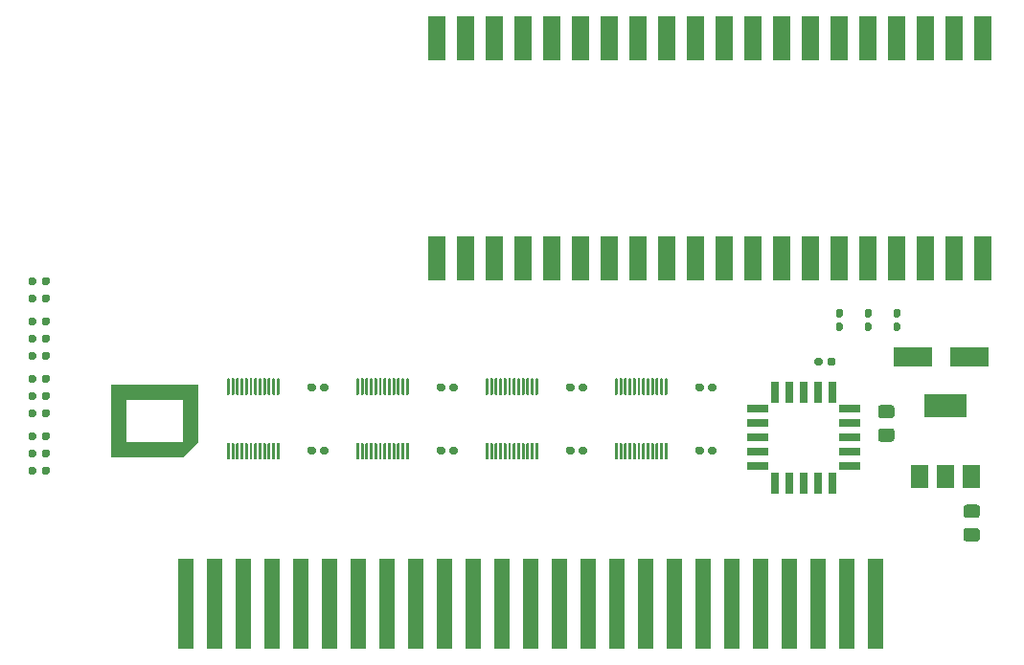
<source format=gtp>
%TF.GenerationSoftware,KiCad,Pcbnew,(5.1.10)-1*%
%TF.CreationDate,2022-12-06T13:34:18-05:00*%
%TF.ProjectId,AppleII-Pico,4170706c-6549-4492-9d50-69636f2e6b69,rev?*%
%TF.SameCoordinates,Original*%
%TF.FileFunction,Paste,Top*%
%TF.FilePolarity,Positive*%
%FSLAX46Y46*%
G04 Gerber Fmt 4.6, Leading zero omitted, Abs format (unit mm)*
G04 Created by KiCad (PCBNEW (5.1.10)-1) date 2022-12-06 13:34:18*
%MOMM*%
%LPD*%
G01*
G04 APERTURE LIST*
%ADD10C,0.100000*%
%ADD11R,1.600000X4.000000*%
%ADD12R,3.500000X1.800000*%
%ADD13R,1.500000X2.000000*%
%ADD14R,3.800000X2.000000*%
%ADD15R,1.925000X0.700000*%
%ADD16R,0.700000X1.925000*%
%ADD17R,1.400000X8.000000*%
G04 APERTURE END LIST*
D10*
G36*
X111363000Y-117178000D02*
G01*
X105013000Y-117178000D01*
X106283000Y-115908000D01*
X112633000Y-115908000D01*
X111363000Y-117178000D01*
G37*
X111363000Y-117178000D02*
X105013000Y-117178000D01*
X106283000Y-115908000D01*
X112633000Y-115908000D01*
X111363000Y-117178000D01*
G36*
X106283000Y-112098000D02*
G01*
X106283000Y-115908000D01*
X105013000Y-117178000D01*
X105013000Y-110828000D01*
X106283000Y-112098000D01*
G37*
X106283000Y-112098000D02*
X106283000Y-115908000D01*
X105013000Y-117178000D01*
X105013000Y-110828000D01*
X106283000Y-112098000D01*
G36*
X111363000Y-112098000D02*
G01*
X106283000Y-112098000D01*
X105013000Y-110828000D01*
X112633000Y-110828000D01*
X111363000Y-112098000D01*
G37*
X111363000Y-112098000D02*
X106283000Y-112098000D01*
X105013000Y-110828000D01*
X112633000Y-110828000D01*
X111363000Y-112098000D01*
G36*
X112633000Y-115908000D02*
G01*
X111363000Y-115908000D01*
X111363000Y-112098000D01*
X112633000Y-110828000D01*
X112633000Y-115908000D01*
G37*
X112633000Y-115908000D02*
X111363000Y-115908000D01*
X111363000Y-112098000D01*
X112633000Y-110828000D01*
X112633000Y-115908000D01*
D11*
%TO.C,U6*%
X133842000Y-80155000D03*
X182102000Y-99655000D03*
X136382000Y-80155000D03*
X179562000Y-99655000D03*
X138922000Y-80155000D03*
X177022000Y-99655000D03*
X141462000Y-80155000D03*
X174482000Y-99655000D03*
X144002000Y-80155000D03*
X171942000Y-99655000D03*
X146542000Y-80155000D03*
X169402000Y-99655000D03*
X149082000Y-80155000D03*
X166862000Y-99655000D03*
X151622000Y-80155000D03*
X164322000Y-99655000D03*
X154162000Y-80155000D03*
X161782000Y-99655000D03*
X156702000Y-80155000D03*
X159242000Y-99655000D03*
X159242000Y-80155000D03*
X156702000Y-99655000D03*
X161782000Y-80155000D03*
X154162000Y-99655000D03*
X164322000Y-80155000D03*
X151622000Y-99655000D03*
X166862000Y-80155000D03*
X149082000Y-99655000D03*
X169402000Y-80155000D03*
X146542000Y-99655000D03*
X171942000Y-80155000D03*
X144002000Y-99655000D03*
X174482000Y-80155000D03*
X141462000Y-99655000D03*
X177022000Y-80155000D03*
X138922000Y-99655000D03*
X179562000Y-80155000D03*
X136382000Y-99655000D03*
X182102000Y-80155000D03*
X133842000Y-99655000D03*
%TD*%
D12*
%TO.C,D1*%
X180919000Y-108415000D03*
X175919000Y-108415000D03*
%TD*%
%TO.C,C11*%
G36*
G01*
X180611000Y-123529500D02*
X181561000Y-123529500D01*
G75*
G02*
X181811000Y-123779500I0J-250000D01*
G01*
X181811000Y-124454500D01*
G75*
G02*
X181561000Y-124704500I-250000J0D01*
G01*
X180611000Y-124704500D01*
G75*
G02*
X180361000Y-124454500I0J250000D01*
G01*
X180361000Y-123779500D01*
G75*
G02*
X180611000Y-123529500I250000J0D01*
G01*
G37*
G36*
G01*
X180611000Y-121454500D02*
X181561000Y-121454500D01*
G75*
G02*
X181811000Y-121704500I0J-250000D01*
G01*
X181811000Y-122379500D01*
G75*
G02*
X181561000Y-122629500I-250000J0D01*
G01*
X180611000Y-122629500D01*
G75*
G02*
X180361000Y-122379500I0J250000D01*
G01*
X180361000Y-121704500D01*
G75*
G02*
X180611000Y-121454500I250000J0D01*
G01*
G37*
%TD*%
%TO.C,C10*%
G36*
G01*
X173054500Y-114707000D02*
X174004500Y-114707000D01*
G75*
G02*
X174254500Y-114957000I0J-250000D01*
G01*
X174254500Y-115632000D01*
G75*
G02*
X174004500Y-115882000I-250000J0D01*
G01*
X173054500Y-115882000D01*
G75*
G02*
X172804500Y-115632000I0J250000D01*
G01*
X172804500Y-114957000D01*
G75*
G02*
X173054500Y-114707000I250000J0D01*
G01*
G37*
G36*
G01*
X173054500Y-112632000D02*
X174004500Y-112632000D01*
G75*
G02*
X174254500Y-112882000I0J-250000D01*
G01*
X174254500Y-113557000D01*
G75*
G02*
X174004500Y-113807000I-250000J0D01*
G01*
X173054500Y-113807000D01*
G75*
G02*
X172804500Y-113557000I0J250000D01*
G01*
X172804500Y-112882000D01*
G75*
G02*
X173054500Y-112632000I250000J0D01*
G01*
G37*
%TD*%
D13*
%TO.C,U7*%
X176465000Y-118984000D03*
X181065000Y-118984000D03*
X178765000Y-118984000D03*
D14*
X178765000Y-112684000D03*
%TD*%
D15*
%TO.C,U5*%
X170279500Y-112987000D03*
X170279500Y-114257000D03*
X170279500Y-115527000D03*
X170279500Y-116797000D03*
X170279500Y-118067000D03*
D16*
X168767000Y-119579500D03*
X167497000Y-119579500D03*
X166227000Y-119579500D03*
X164957000Y-119579500D03*
X163687000Y-119579500D03*
D15*
X162174500Y-118067000D03*
X162174500Y-116797000D03*
X162174500Y-115527000D03*
X162174500Y-114257000D03*
X162174500Y-112987000D03*
D16*
X168767000Y-111474500D03*
X167497000Y-111474500D03*
X163687000Y-111474500D03*
X164957000Y-111474500D03*
X166227000Y-111474500D03*
%TD*%
%TO.C,C9*%
G36*
G01*
X168332000Y-108951000D02*
X168332000Y-108641000D01*
G75*
G02*
X168487000Y-108486000I155000J0D01*
G01*
X168912000Y-108486000D01*
G75*
G02*
X169067000Y-108641000I0J-155000D01*
G01*
X169067000Y-108951000D01*
G75*
G02*
X168912000Y-109106000I-155000J0D01*
G01*
X168487000Y-109106000D01*
G75*
G02*
X168332000Y-108951000I0J155000D01*
G01*
G37*
G36*
G01*
X167197000Y-108951000D02*
X167197000Y-108641000D01*
G75*
G02*
X167352000Y-108486000I155000J0D01*
G01*
X167777000Y-108486000D01*
G75*
G02*
X167932000Y-108641000I0J-155000D01*
G01*
X167932000Y-108951000D01*
G75*
G02*
X167777000Y-109106000I-155000J0D01*
G01*
X167352000Y-109106000D01*
G75*
G02*
X167197000Y-108951000I0J155000D01*
G01*
G37*
%TD*%
%TO.C,C8*%
G36*
G01*
X157791000Y-111237000D02*
X157791000Y-110927000D01*
G75*
G02*
X157946000Y-110772000I155000J0D01*
G01*
X158371000Y-110772000D01*
G75*
G02*
X158526000Y-110927000I0J-155000D01*
G01*
X158526000Y-111237000D01*
G75*
G02*
X158371000Y-111392000I-155000J0D01*
G01*
X157946000Y-111392000D01*
G75*
G02*
X157791000Y-111237000I0J155000D01*
G01*
G37*
G36*
G01*
X156656000Y-111237000D02*
X156656000Y-110927000D01*
G75*
G02*
X156811000Y-110772000I155000J0D01*
G01*
X157236000Y-110772000D01*
G75*
G02*
X157391000Y-110927000I0J-155000D01*
G01*
X157391000Y-111237000D01*
G75*
G02*
X157236000Y-111392000I-155000J0D01*
G01*
X156811000Y-111392000D01*
G75*
G02*
X156656000Y-111237000I0J155000D01*
G01*
G37*
%TD*%
%TO.C,C7*%
G36*
G01*
X157791000Y-116825000D02*
X157791000Y-116515000D01*
G75*
G02*
X157946000Y-116360000I155000J0D01*
G01*
X158371000Y-116360000D01*
G75*
G02*
X158526000Y-116515000I0J-155000D01*
G01*
X158526000Y-116825000D01*
G75*
G02*
X158371000Y-116980000I-155000J0D01*
G01*
X157946000Y-116980000D01*
G75*
G02*
X157791000Y-116825000I0J155000D01*
G01*
G37*
G36*
G01*
X156656000Y-116825000D02*
X156656000Y-116515000D01*
G75*
G02*
X156811000Y-116360000I155000J0D01*
G01*
X157236000Y-116360000D01*
G75*
G02*
X157391000Y-116515000I0J-155000D01*
G01*
X157391000Y-116825000D01*
G75*
G02*
X157236000Y-116980000I-155000J0D01*
G01*
X156811000Y-116980000D01*
G75*
G02*
X156656000Y-116825000I0J155000D01*
G01*
G37*
%TD*%
%TO.C,C6*%
G36*
G01*
X146361000Y-111237000D02*
X146361000Y-110927000D01*
G75*
G02*
X146516000Y-110772000I155000J0D01*
G01*
X146941000Y-110772000D01*
G75*
G02*
X147096000Y-110927000I0J-155000D01*
G01*
X147096000Y-111237000D01*
G75*
G02*
X146941000Y-111392000I-155000J0D01*
G01*
X146516000Y-111392000D01*
G75*
G02*
X146361000Y-111237000I0J155000D01*
G01*
G37*
G36*
G01*
X145226000Y-111237000D02*
X145226000Y-110927000D01*
G75*
G02*
X145381000Y-110772000I155000J0D01*
G01*
X145806000Y-110772000D01*
G75*
G02*
X145961000Y-110927000I0J-155000D01*
G01*
X145961000Y-111237000D01*
G75*
G02*
X145806000Y-111392000I-155000J0D01*
G01*
X145381000Y-111392000D01*
G75*
G02*
X145226000Y-111237000I0J155000D01*
G01*
G37*
%TD*%
%TO.C,C5*%
G36*
G01*
X146361000Y-116825000D02*
X146361000Y-116515000D01*
G75*
G02*
X146516000Y-116360000I155000J0D01*
G01*
X146941000Y-116360000D01*
G75*
G02*
X147096000Y-116515000I0J-155000D01*
G01*
X147096000Y-116825000D01*
G75*
G02*
X146941000Y-116980000I-155000J0D01*
G01*
X146516000Y-116980000D01*
G75*
G02*
X146361000Y-116825000I0J155000D01*
G01*
G37*
G36*
G01*
X145226000Y-116825000D02*
X145226000Y-116515000D01*
G75*
G02*
X145381000Y-116360000I155000J0D01*
G01*
X145806000Y-116360000D01*
G75*
G02*
X145961000Y-116515000I0J-155000D01*
G01*
X145961000Y-116825000D01*
G75*
G02*
X145806000Y-116980000I-155000J0D01*
G01*
X145381000Y-116980000D01*
G75*
G02*
X145226000Y-116825000I0J155000D01*
G01*
G37*
%TD*%
%TO.C,C4*%
G36*
G01*
X134931000Y-111237000D02*
X134931000Y-110927000D01*
G75*
G02*
X135086000Y-110772000I155000J0D01*
G01*
X135511000Y-110772000D01*
G75*
G02*
X135666000Y-110927000I0J-155000D01*
G01*
X135666000Y-111237000D01*
G75*
G02*
X135511000Y-111392000I-155000J0D01*
G01*
X135086000Y-111392000D01*
G75*
G02*
X134931000Y-111237000I0J155000D01*
G01*
G37*
G36*
G01*
X133796000Y-111237000D02*
X133796000Y-110927000D01*
G75*
G02*
X133951000Y-110772000I155000J0D01*
G01*
X134376000Y-110772000D01*
G75*
G02*
X134531000Y-110927000I0J-155000D01*
G01*
X134531000Y-111237000D01*
G75*
G02*
X134376000Y-111392000I-155000J0D01*
G01*
X133951000Y-111392000D01*
G75*
G02*
X133796000Y-111237000I0J155000D01*
G01*
G37*
%TD*%
%TO.C,C3*%
G36*
G01*
X134931000Y-116825000D02*
X134931000Y-116515000D01*
G75*
G02*
X135086000Y-116360000I155000J0D01*
G01*
X135511000Y-116360000D01*
G75*
G02*
X135666000Y-116515000I0J-155000D01*
G01*
X135666000Y-116825000D01*
G75*
G02*
X135511000Y-116980000I-155000J0D01*
G01*
X135086000Y-116980000D01*
G75*
G02*
X134931000Y-116825000I0J155000D01*
G01*
G37*
G36*
G01*
X133796000Y-116825000D02*
X133796000Y-116515000D01*
G75*
G02*
X133951000Y-116360000I155000J0D01*
G01*
X134376000Y-116360000D01*
G75*
G02*
X134531000Y-116515000I0J-155000D01*
G01*
X134531000Y-116825000D01*
G75*
G02*
X134376000Y-116980000I-155000J0D01*
G01*
X133951000Y-116980000D01*
G75*
G02*
X133796000Y-116825000I0J155000D01*
G01*
G37*
%TD*%
%TO.C,C2*%
G36*
G01*
X123501000Y-111237000D02*
X123501000Y-110927000D01*
G75*
G02*
X123656000Y-110772000I155000J0D01*
G01*
X124081000Y-110772000D01*
G75*
G02*
X124236000Y-110927000I0J-155000D01*
G01*
X124236000Y-111237000D01*
G75*
G02*
X124081000Y-111392000I-155000J0D01*
G01*
X123656000Y-111392000D01*
G75*
G02*
X123501000Y-111237000I0J155000D01*
G01*
G37*
G36*
G01*
X122366000Y-111237000D02*
X122366000Y-110927000D01*
G75*
G02*
X122521000Y-110772000I155000J0D01*
G01*
X122946000Y-110772000D01*
G75*
G02*
X123101000Y-110927000I0J-155000D01*
G01*
X123101000Y-111237000D01*
G75*
G02*
X122946000Y-111392000I-155000J0D01*
G01*
X122521000Y-111392000D01*
G75*
G02*
X122366000Y-111237000I0J155000D01*
G01*
G37*
%TD*%
%TO.C,C1*%
G36*
G01*
X123501000Y-116825000D02*
X123501000Y-116515000D01*
G75*
G02*
X123656000Y-116360000I155000J0D01*
G01*
X124081000Y-116360000D01*
G75*
G02*
X124236000Y-116515000I0J-155000D01*
G01*
X124236000Y-116825000D01*
G75*
G02*
X124081000Y-116980000I-155000J0D01*
G01*
X123656000Y-116980000D01*
G75*
G02*
X123501000Y-116825000I0J155000D01*
G01*
G37*
G36*
G01*
X122366000Y-116825000D02*
X122366000Y-116515000D01*
G75*
G02*
X122521000Y-116360000I155000J0D01*
G01*
X122946000Y-116360000D01*
G75*
G02*
X123101000Y-116515000I0J-155000D01*
G01*
X123101000Y-116825000D01*
G75*
G02*
X122946000Y-116980000I-155000J0D01*
G01*
X122521000Y-116980000D01*
G75*
G02*
X122366000Y-116825000I0J155000D01*
G01*
G37*
%TD*%
%TO.C,U4*%
G36*
G01*
X154013500Y-116001000D02*
X154138500Y-116001000D01*
G75*
G02*
X154201000Y-116063500I0J-62500D01*
G01*
X154201000Y-117413500D01*
G75*
G02*
X154138500Y-117476000I-62500J0D01*
G01*
X154013500Y-117476000D01*
G75*
G02*
X153951000Y-117413500I0J62500D01*
G01*
X153951000Y-116063500D01*
G75*
G02*
X154013500Y-116001000I62500J0D01*
G01*
G37*
G36*
G01*
X153613500Y-116001000D02*
X153738500Y-116001000D01*
G75*
G02*
X153801000Y-116063500I0J-62500D01*
G01*
X153801000Y-117413500D01*
G75*
G02*
X153738500Y-117476000I-62500J0D01*
G01*
X153613500Y-117476000D01*
G75*
G02*
X153551000Y-117413500I0J62500D01*
G01*
X153551000Y-116063500D01*
G75*
G02*
X153613500Y-116001000I62500J0D01*
G01*
G37*
G36*
G01*
X153213500Y-116001000D02*
X153338500Y-116001000D01*
G75*
G02*
X153401000Y-116063500I0J-62500D01*
G01*
X153401000Y-117413500D01*
G75*
G02*
X153338500Y-117476000I-62500J0D01*
G01*
X153213500Y-117476000D01*
G75*
G02*
X153151000Y-117413500I0J62500D01*
G01*
X153151000Y-116063500D01*
G75*
G02*
X153213500Y-116001000I62500J0D01*
G01*
G37*
G36*
G01*
X152813500Y-116001000D02*
X152938500Y-116001000D01*
G75*
G02*
X153001000Y-116063500I0J-62500D01*
G01*
X153001000Y-117413500D01*
G75*
G02*
X152938500Y-117476000I-62500J0D01*
G01*
X152813500Y-117476000D01*
G75*
G02*
X152751000Y-117413500I0J62500D01*
G01*
X152751000Y-116063500D01*
G75*
G02*
X152813500Y-116001000I62500J0D01*
G01*
G37*
G36*
G01*
X152413500Y-116001000D02*
X152538500Y-116001000D01*
G75*
G02*
X152601000Y-116063500I0J-62500D01*
G01*
X152601000Y-117413500D01*
G75*
G02*
X152538500Y-117476000I-62500J0D01*
G01*
X152413500Y-117476000D01*
G75*
G02*
X152351000Y-117413500I0J62500D01*
G01*
X152351000Y-116063500D01*
G75*
G02*
X152413500Y-116001000I62500J0D01*
G01*
G37*
G36*
G01*
X152013500Y-116001000D02*
X152138500Y-116001000D01*
G75*
G02*
X152201000Y-116063500I0J-62500D01*
G01*
X152201000Y-117413500D01*
G75*
G02*
X152138500Y-117476000I-62500J0D01*
G01*
X152013500Y-117476000D01*
G75*
G02*
X151951000Y-117413500I0J62500D01*
G01*
X151951000Y-116063500D01*
G75*
G02*
X152013500Y-116001000I62500J0D01*
G01*
G37*
G36*
G01*
X151613500Y-116001000D02*
X151738500Y-116001000D01*
G75*
G02*
X151801000Y-116063500I0J-62500D01*
G01*
X151801000Y-117413500D01*
G75*
G02*
X151738500Y-117476000I-62500J0D01*
G01*
X151613500Y-117476000D01*
G75*
G02*
X151551000Y-117413500I0J62500D01*
G01*
X151551000Y-116063500D01*
G75*
G02*
X151613500Y-116001000I62500J0D01*
G01*
G37*
G36*
G01*
X151213500Y-116001000D02*
X151338500Y-116001000D01*
G75*
G02*
X151401000Y-116063500I0J-62500D01*
G01*
X151401000Y-117413500D01*
G75*
G02*
X151338500Y-117476000I-62500J0D01*
G01*
X151213500Y-117476000D01*
G75*
G02*
X151151000Y-117413500I0J62500D01*
G01*
X151151000Y-116063500D01*
G75*
G02*
X151213500Y-116001000I62500J0D01*
G01*
G37*
G36*
G01*
X150813500Y-116001000D02*
X150938500Y-116001000D01*
G75*
G02*
X151001000Y-116063500I0J-62500D01*
G01*
X151001000Y-117413500D01*
G75*
G02*
X150938500Y-117476000I-62500J0D01*
G01*
X150813500Y-117476000D01*
G75*
G02*
X150751000Y-117413500I0J62500D01*
G01*
X150751000Y-116063500D01*
G75*
G02*
X150813500Y-116001000I62500J0D01*
G01*
G37*
G36*
G01*
X150413500Y-116001000D02*
X150538500Y-116001000D01*
G75*
G02*
X150601000Y-116063500I0J-62500D01*
G01*
X150601000Y-117413500D01*
G75*
G02*
X150538500Y-117476000I-62500J0D01*
G01*
X150413500Y-117476000D01*
G75*
G02*
X150351000Y-117413500I0J62500D01*
G01*
X150351000Y-116063500D01*
G75*
G02*
X150413500Y-116001000I62500J0D01*
G01*
G37*
G36*
G01*
X150013500Y-116001000D02*
X150138500Y-116001000D01*
G75*
G02*
X150201000Y-116063500I0J-62500D01*
G01*
X150201000Y-117413500D01*
G75*
G02*
X150138500Y-117476000I-62500J0D01*
G01*
X150013500Y-117476000D01*
G75*
G02*
X149951000Y-117413500I0J62500D01*
G01*
X149951000Y-116063500D01*
G75*
G02*
X150013500Y-116001000I62500J0D01*
G01*
G37*
G36*
G01*
X149613500Y-116001000D02*
X149738500Y-116001000D01*
G75*
G02*
X149801000Y-116063500I0J-62500D01*
G01*
X149801000Y-117413500D01*
G75*
G02*
X149738500Y-117476000I-62500J0D01*
G01*
X149613500Y-117476000D01*
G75*
G02*
X149551000Y-117413500I0J62500D01*
G01*
X149551000Y-116063500D01*
G75*
G02*
X149613500Y-116001000I62500J0D01*
G01*
G37*
G36*
G01*
X149613500Y-110276000D02*
X149738500Y-110276000D01*
G75*
G02*
X149801000Y-110338500I0J-62500D01*
G01*
X149801000Y-111688500D01*
G75*
G02*
X149738500Y-111751000I-62500J0D01*
G01*
X149613500Y-111751000D01*
G75*
G02*
X149551000Y-111688500I0J62500D01*
G01*
X149551000Y-110338500D01*
G75*
G02*
X149613500Y-110276000I62500J0D01*
G01*
G37*
G36*
G01*
X150013500Y-110276000D02*
X150138500Y-110276000D01*
G75*
G02*
X150201000Y-110338500I0J-62500D01*
G01*
X150201000Y-111688500D01*
G75*
G02*
X150138500Y-111751000I-62500J0D01*
G01*
X150013500Y-111751000D01*
G75*
G02*
X149951000Y-111688500I0J62500D01*
G01*
X149951000Y-110338500D01*
G75*
G02*
X150013500Y-110276000I62500J0D01*
G01*
G37*
G36*
G01*
X150413500Y-110276000D02*
X150538500Y-110276000D01*
G75*
G02*
X150601000Y-110338500I0J-62500D01*
G01*
X150601000Y-111688500D01*
G75*
G02*
X150538500Y-111751000I-62500J0D01*
G01*
X150413500Y-111751000D01*
G75*
G02*
X150351000Y-111688500I0J62500D01*
G01*
X150351000Y-110338500D01*
G75*
G02*
X150413500Y-110276000I62500J0D01*
G01*
G37*
G36*
G01*
X150813500Y-110276000D02*
X150938500Y-110276000D01*
G75*
G02*
X151001000Y-110338500I0J-62500D01*
G01*
X151001000Y-111688500D01*
G75*
G02*
X150938500Y-111751000I-62500J0D01*
G01*
X150813500Y-111751000D01*
G75*
G02*
X150751000Y-111688500I0J62500D01*
G01*
X150751000Y-110338500D01*
G75*
G02*
X150813500Y-110276000I62500J0D01*
G01*
G37*
G36*
G01*
X151213500Y-110276000D02*
X151338500Y-110276000D01*
G75*
G02*
X151401000Y-110338500I0J-62500D01*
G01*
X151401000Y-111688500D01*
G75*
G02*
X151338500Y-111751000I-62500J0D01*
G01*
X151213500Y-111751000D01*
G75*
G02*
X151151000Y-111688500I0J62500D01*
G01*
X151151000Y-110338500D01*
G75*
G02*
X151213500Y-110276000I62500J0D01*
G01*
G37*
G36*
G01*
X151613500Y-110276000D02*
X151738500Y-110276000D01*
G75*
G02*
X151801000Y-110338500I0J-62500D01*
G01*
X151801000Y-111688500D01*
G75*
G02*
X151738500Y-111751000I-62500J0D01*
G01*
X151613500Y-111751000D01*
G75*
G02*
X151551000Y-111688500I0J62500D01*
G01*
X151551000Y-110338500D01*
G75*
G02*
X151613500Y-110276000I62500J0D01*
G01*
G37*
G36*
G01*
X152013500Y-110276000D02*
X152138500Y-110276000D01*
G75*
G02*
X152201000Y-110338500I0J-62500D01*
G01*
X152201000Y-111688500D01*
G75*
G02*
X152138500Y-111751000I-62500J0D01*
G01*
X152013500Y-111751000D01*
G75*
G02*
X151951000Y-111688500I0J62500D01*
G01*
X151951000Y-110338500D01*
G75*
G02*
X152013500Y-110276000I62500J0D01*
G01*
G37*
G36*
G01*
X152413500Y-110276000D02*
X152538500Y-110276000D01*
G75*
G02*
X152601000Y-110338500I0J-62500D01*
G01*
X152601000Y-111688500D01*
G75*
G02*
X152538500Y-111751000I-62500J0D01*
G01*
X152413500Y-111751000D01*
G75*
G02*
X152351000Y-111688500I0J62500D01*
G01*
X152351000Y-110338500D01*
G75*
G02*
X152413500Y-110276000I62500J0D01*
G01*
G37*
G36*
G01*
X152813500Y-110276000D02*
X152938500Y-110276000D01*
G75*
G02*
X153001000Y-110338500I0J-62500D01*
G01*
X153001000Y-111688500D01*
G75*
G02*
X152938500Y-111751000I-62500J0D01*
G01*
X152813500Y-111751000D01*
G75*
G02*
X152751000Y-111688500I0J62500D01*
G01*
X152751000Y-110338500D01*
G75*
G02*
X152813500Y-110276000I62500J0D01*
G01*
G37*
G36*
G01*
X153213500Y-110276000D02*
X153338500Y-110276000D01*
G75*
G02*
X153401000Y-110338500I0J-62500D01*
G01*
X153401000Y-111688500D01*
G75*
G02*
X153338500Y-111751000I-62500J0D01*
G01*
X153213500Y-111751000D01*
G75*
G02*
X153151000Y-111688500I0J62500D01*
G01*
X153151000Y-110338500D01*
G75*
G02*
X153213500Y-110276000I62500J0D01*
G01*
G37*
G36*
G01*
X153613500Y-110276000D02*
X153738500Y-110276000D01*
G75*
G02*
X153801000Y-110338500I0J-62500D01*
G01*
X153801000Y-111688500D01*
G75*
G02*
X153738500Y-111751000I-62500J0D01*
G01*
X153613500Y-111751000D01*
G75*
G02*
X153551000Y-111688500I0J62500D01*
G01*
X153551000Y-110338500D01*
G75*
G02*
X153613500Y-110276000I62500J0D01*
G01*
G37*
G36*
G01*
X154013500Y-110276000D02*
X154138500Y-110276000D01*
G75*
G02*
X154201000Y-110338500I0J-62500D01*
G01*
X154201000Y-111688500D01*
G75*
G02*
X154138500Y-111751000I-62500J0D01*
G01*
X154013500Y-111751000D01*
G75*
G02*
X153951000Y-111688500I0J62500D01*
G01*
X153951000Y-110338500D01*
G75*
G02*
X154013500Y-110276000I62500J0D01*
G01*
G37*
%TD*%
%TO.C,U3*%
G36*
G01*
X142583500Y-116001000D02*
X142708500Y-116001000D01*
G75*
G02*
X142771000Y-116063500I0J-62500D01*
G01*
X142771000Y-117413500D01*
G75*
G02*
X142708500Y-117476000I-62500J0D01*
G01*
X142583500Y-117476000D01*
G75*
G02*
X142521000Y-117413500I0J62500D01*
G01*
X142521000Y-116063500D01*
G75*
G02*
X142583500Y-116001000I62500J0D01*
G01*
G37*
G36*
G01*
X142183500Y-116001000D02*
X142308500Y-116001000D01*
G75*
G02*
X142371000Y-116063500I0J-62500D01*
G01*
X142371000Y-117413500D01*
G75*
G02*
X142308500Y-117476000I-62500J0D01*
G01*
X142183500Y-117476000D01*
G75*
G02*
X142121000Y-117413500I0J62500D01*
G01*
X142121000Y-116063500D01*
G75*
G02*
X142183500Y-116001000I62500J0D01*
G01*
G37*
G36*
G01*
X141783500Y-116001000D02*
X141908500Y-116001000D01*
G75*
G02*
X141971000Y-116063500I0J-62500D01*
G01*
X141971000Y-117413500D01*
G75*
G02*
X141908500Y-117476000I-62500J0D01*
G01*
X141783500Y-117476000D01*
G75*
G02*
X141721000Y-117413500I0J62500D01*
G01*
X141721000Y-116063500D01*
G75*
G02*
X141783500Y-116001000I62500J0D01*
G01*
G37*
G36*
G01*
X141383500Y-116001000D02*
X141508500Y-116001000D01*
G75*
G02*
X141571000Y-116063500I0J-62500D01*
G01*
X141571000Y-117413500D01*
G75*
G02*
X141508500Y-117476000I-62500J0D01*
G01*
X141383500Y-117476000D01*
G75*
G02*
X141321000Y-117413500I0J62500D01*
G01*
X141321000Y-116063500D01*
G75*
G02*
X141383500Y-116001000I62500J0D01*
G01*
G37*
G36*
G01*
X140983500Y-116001000D02*
X141108500Y-116001000D01*
G75*
G02*
X141171000Y-116063500I0J-62500D01*
G01*
X141171000Y-117413500D01*
G75*
G02*
X141108500Y-117476000I-62500J0D01*
G01*
X140983500Y-117476000D01*
G75*
G02*
X140921000Y-117413500I0J62500D01*
G01*
X140921000Y-116063500D01*
G75*
G02*
X140983500Y-116001000I62500J0D01*
G01*
G37*
G36*
G01*
X140583500Y-116001000D02*
X140708500Y-116001000D01*
G75*
G02*
X140771000Y-116063500I0J-62500D01*
G01*
X140771000Y-117413500D01*
G75*
G02*
X140708500Y-117476000I-62500J0D01*
G01*
X140583500Y-117476000D01*
G75*
G02*
X140521000Y-117413500I0J62500D01*
G01*
X140521000Y-116063500D01*
G75*
G02*
X140583500Y-116001000I62500J0D01*
G01*
G37*
G36*
G01*
X140183500Y-116001000D02*
X140308500Y-116001000D01*
G75*
G02*
X140371000Y-116063500I0J-62500D01*
G01*
X140371000Y-117413500D01*
G75*
G02*
X140308500Y-117476000I-62500J0D01*
G01*
X140183500Y-117476000D01*
G75*
G02*
X140121000Y-117413500I0J62500D01*
G01*
X140121000Y-116063500D01*
G75*
G02*
X140183500Y-116001000I62500J0D01*
G01*
G37*
G36*
G01*
X139783500Y-116001000D02*
X139908500Y-116001000D01*
G75*
G02*
X139971000Y-116063500I0J-62500D01*
G01*
X139971000Y-117413500D01*
G75*
G02*
X139908500Y-117476000I-62500J0D01*
G01*
X139783500Y-117476000D01*
G75*
G02*
X139721000Y-117413500I0J62500D01*
G01*
X139721000Y-116063500D01*
G75*
G02*
X139783500Y-116001000I62500J0D01*
G01*
G37*
G36*
G01*
X139383500Y-116001000D02*
X139508500Y-116001000D01*
G75*
G02*
X139571000Y-116063500I0J-62500D01*
G01*
X139571000Y-117413500D01*
G75*
G02*
X139508500Y-117476000I-62500J0D01*
G01*
X139383500Y-117476000D01*
G75*
G02*
X139321000Y-117413500I0J62500D01*
G01*
X139321000Y-116063500D01*
G75*
G02*
X139383500Y-116001000I62500J0D01*
G01*
G37*
G36*
G01*
X138983500Y-116001000D02*
X139108500Y-116001000D01*
G75*
G02*
X139171000Y-116063500I0J-62500D01*
G01*
X139171000Y-117413500D01*
G75*
G02*
X139108500Y-117476000I-62500J0D01*
G01*
X138983500Y-117476000D01*
G75*
G02*
X138921000Y-117413500I0J62500D01*
G01*
X138921000Y-116063500D01*
G75*
G02*
X138983500Y-116001000I62500J0D01*
G01*
G37*
G36*
G01*
X138583500Y-116001000D02*
X138708500Y-116001000D01*
G75*
G02*
X138771000Y-116063500I0J-62500D01*
G01*
X138771000Y-117413500D01*
G75*
G02*
X138708500Y-117476000I-62500J0D01*
G01*
X138583500Y-117476000D01*
G75*
G02*
X138521000Y-117413500I0J62500D01*
G01*
X138521000Y-116063500D01*
G75*
G02*
X138583500Y-116001000I62500J0D01*
G01*
G37*
G36*
G01*
X138183500Y-116001000D02*
X138308500Y-116001000D01*
G75*
G02*
X138371000Y-116063500I0J-62500D01*
G01*
X138371000Y-117413500D01*
G75*
G02*
X138308500Y-117476000I-62500J0D01*
G01*
X138183500Y-117476000D01*
G75*
G02*
X138121000Y-117413500I0J62500D01*
G01*
X138121000Y-116063500D01*
G75*
G02*
X138183500Y-116001000I62500J0D01*
G01*
G37*
G36*
G01*
X138183500Y-110276000D02*
X138308500Y-110276000D01*
G75*
G02*
X138371000Y-110338500I0J-62500D01*
G01*
X138371000Y-111688500D01*
G75*
G02*
X138308500Y-111751000I-62500J0D01*
G01*
X138183500Y-111751000D01*
G75*
G02*
X138121000Y-111688500I0J62500D01*
G01*
X138121000Y-110338500D01*
G75*
G02*
X138183500Y-110276000I62500J0D01*
G01*
G37*
G36*
G01*
X138583500Y-110276000D02*
X138708500Y-110276000D01*
G75*
G02*
X138771000Y-110338500I0J-62500D01*
G01*
X138771000Y-111688500D01*
G75*
G02*
X138708500Y-111751000I-62500J0D01*
G01*
X138583500Y-111751000D01*
G75*
G02*
X138521000Y-111688500I0J62500D01*
G01*
X138521000Y-110338500D01*
G75*
G02*
X138583500Y-110276000I62500J0D01*
G01*
G37*
G36*
G01*
X138983500Y-110276000D02*
X139108500Y-110276000D01*
G75*
G02*
X139171000Y-110338500I0J-62500D01*
G01*
X139171000Y-111688500D01*
G75*
G02*
X139108500Y-111751000I-62500J0D01*
G01*
X138983500Y-111751000D01*
G75*
G02*
X138921000Y-111688500I0J62500D01*
G01*
X138921000Y-110338500D01*
G75*
G02*
X138983500Y-110276000I62500J0D01*
G01*
G37*
G36*
G01*
X139383500Y-110276000D02*
X139508500Y-110276000D01*
G75*
G02*
X139571000Y-110338500I0J-62500D01*
G01*
X139571000Y-111688500D01*
G75*
G02*
X139508500Y-111751000I-62500J0D01*
G01*
X139383500Y-111751000D01*
G75*
G02*
X139321000Y-111688500I0J62500D01*
G01*
X139321000Y-110338500D01*
G75*
G02*
X139383500Y-110276000I62500J0D01*
G01*
G37*
G36*
G01*
X139783500Y-110276000D02*
X139908500Y-110276000D01*
G75*
G02*
X139971000Y-110338500I0J-62500D01*
G01*
X139971000Y-111688500D01*
G75*
G02*
X139908500Y-111751000I-62500J0D01*
G01*
X139783500Y-111751000D01*
G75*
G02*
X139721000Y-111688500I0J62500D01*
G01*
X139721000Y-110338500D01*
G75*
G02*
X139783500Y-110276000I62500J0D01*
G01*
G37*
G36*
G01*
X140183500Y-110276000D02*
X140308500Y-110276000D01*
G75*
G02*
X140371000Y-110338500I0J-62500D01*
G01*
X140371000Y-111688500D01*
G75*
G02*
X140308500Y-111751000I-62500J0D01*
G01*
X140183500Y-111751000D01*
G75*
G02*
X140121000Y-111688500I0J62500D01*
G01*
X140121000Y-110338500D01*
G75*
G02*
X140183500Y-110276000I62500J0D01*
G01*
G37*
G36*
G01*
X140583500Y-110276000D02*
X140708500Y-110276000D01*
G75*
G02*
X140771000Y-110338500I0J-62500D01*
G01*
X140771000Y-111688500D01*
G75*
G02*
X140708500Y-111751000I-62500J0D01*
G01*
X140583500Y-111751000D01*
G75*
G02*
X140521000Y-111688500I0J62500D01*
G01*
X140521000Y-110338500D01*
G75*
G02*
X140583500Y-110276000I62500J0D01*
G01*
G37*
G36*
G01*
X140983500Y-110276000D02*
X141108500Y-110276000D01*
G75*
G02*
X141171000Y-110338500I0J-62500D01*
G01*
X141171000Y-111688500D01*
G75*
G02*
X141108500Y-111751000I-62500J0D01*
G01*
X140983500Y-111751000D01*
G75*
G02*
X140921000Y-111688500I0J62500D01*
G01*
X140921000Y-110338500D01*
G75*
G02*
X140983500Y-110276000I62500J0D01*
G01*
G37*
G36*
G01*
X141383500Y-110276000D02*
X141508500Y-110276000D01*
G75*
G02*
X141571000Y-110338500I0J-62500D01*
G01*
X141571000Y-111688500D01*
G75*
G02*
X141508500Y-111751000I-62500J0D01*
G01*
X141383500Y-111751000D01*
G75*
G02*
X141321000Y-111688500I0J62500D01*
G01*
X141321000Y-110338500D01*
G75*
G02*
X141383500Y-110276000I62500J0D01*
G01*
G37*
G36*
G01*
X141783500Y-110276000D02*
X141908500Y-110276000D01*
G75*
G02*
X141971000Y-110338500I0J-62500D01*
G01*
X141971000Y-111688500D01*
G75*
G02*
X141908500Y-111751000I-62500J0D01*
G01*
X141783500Y-111751000D01*
G75*
G02*
X141721000Y-111688500I0J62500D01*
G01*
X141721000Y-110338500D01*
G75*
G02*
X141783500Y-110276000I62500J0D01*
G01*
G37*
G36*
G01*
X142183500Y-110276000D02*
X142308500Y-110276000D01*
G75*
G02*
X142371000Y-110338500I0J-62500D01*
G01*
X142371000Y-111688500D01*
G75*
G02*
X142308500Y-111751000I-62500J0D01*
G01*
X142183500Y-111751000D01*
G75*
G02*
X142121000Y-111688500I0J62500D01*
G01*
X142121000Y-110338500D01*
G75*
G02*
X142183500Y-110276000I62500J0D01*
G01*
G37*
G36*
G01*
X142583500Y-110276000D02*
X142708500Y-110276000D01*
G75*
G02*
X142771000Y-110338500I0J-62500D01*
G01*
X142771000Y-111688500D01*
G75*
G02*
X142708500Y-111751000I-62500J0D01*
G01*
X142583500Y-111751000D01*
G75*
G02*
X142521000Y-111688500I0J62500D01*
G01*
X142521000Y-110338500D01*
G75*
G02*
X142583500Y-110276000I62500J0D01*
G01*
G37*
%TD*%
%TO.C,U1*%
G36*
G01*
X119723500Y-116001000D02*
X119848500Y-116001000D01*
G75*
G02*
X119911000Y-116063500I0J-62500D01*
G01*
X119911000Y-117413500D01*
G75*
G02*
X119848500Y-117476000I-62500J0D01*
G01*
X119723500Y-117476000D01*
G75*
G02*
X119661000Y-117413500I0J62500D01*
G01*
X119661000Y-116063500D01*
G75*
G02*
X119723500Y-116001000I62500J0D01*
G01*
G37*
G36*
G01*
X119323500Y-116001000D02*
X119448500Y-116001000D01*
G75*
G02*
X119511000Y-116063500I0J-62500D01*
G01*
X119511000Y-117413500D01*
G75*
G02*
X119448500Y-117476000I-62500J0D01*
G01*
X119323500Y-117476000D01*
G75*
G02*
X119261000Y-117413500I0J62500D01*
G01*
X119261000Y-116063500D01*
G75*
G02*
X119323500Y-116001000I62500J0D01*
G01*
G37*
G36*
G01*
X118923500Y-116001000D02*
X119048500Y-116001000D01*
G75*
G02*
X119111000Y-116063500I0J-62500D01*
G01*
X119111000Y-117413500D01*
G75*
G02*
X119048500Y-117476000I-62500J0D01*
G01*
X118923500Y-117476000D01*
G75*
G02*
X118861000Y-117413500I0J62500D01*
G01*
X118861000Y-116063500D01*
G75*
G02*
X118923500Y-116001000I62500J0D01*
G01*
G37*
G36*
G01*
X118523500Y-116001000D02*
X118648500Y-116001000D01*
G75*
G02*
X118711000Y-116063500I0J-62500D01*
G01*
X118711000Y-117413500D01*
G75*
G02*
X118648500Y-117476000I-62500J0D01*
G01*
X118523500Y-117476000D01*
G75*
G02*
X118461000Y-117413500I0J62500D01*
G01*
X118461000Y-116063500D01*
G75*
G02*
X118523500Y-116001000I62500J0D01*
G01*
G37*
G36*
G01*
X118123500Y-116001000D02*
X118248500Y-116001000D01*
G75*
G02*
X118311000Y-116063500I0J-62500D01*
G01*
X118311000Y-117413500D01*
G75*
G02*
X118248500Y-117476000I-62500J0D01*
G01*
X118123500Y-117476000D01*
G75*
G02*
X118061000Y-117413500I0J62500D01*
G01*
X118061000Y-116063500D01*
G75*
G02*
X118123500Y-116001000I62500J0D01*
G01*
G37*
G36*
G01*
X117723500Y-116001000D02*
X117848500Y-116001000D01*
G75*
G02*
X117911000Y-116063500I0J-62500D01*
G01*
X117911000Y-117413500D01*
G75*
G02*
X117848500Y-117476000I-62500J0D01*
G01*
X117723500Y-117476000D01*
G75*
G02*
X117661000Y-117413500I0J62500D01*
G01*
X117661000Y-116063500D01*
G75*
G02*
X117723500Y-116001000I62500J0D01*
G01*
G37*
G36*
G01*
X117323500Y-116001000D02*
X117448500Y-116001000D01*
G75*
G02*
X117511000Y-116063500I0J-62500D01*
G01*
X117511000Y-117413500D01*
G75*
G02*
X117448500Y-117476000I-62500J0D01*
G01*
X117323500Y-117476000D01*
G75*
G02*
X117261000Y-117413500I0J62500D01*
G01*
X117261000Y-116063500D01*
G75*
G02*
X117323500Y-116001000I62500J0D01*
G01*
G37*
G36*
G01*
X116923500Y-116001000D02*
X117048500Y-116001000D01*
G75*
G02*
X117111000Y-116063500I0J-62500D01*
G01*
X117111000Y-117413500D01*
G75*
G02*
X117048500Y-117476000I-62500J0D01*
G01*
X116923500Y-117476000D01*
G75*
G02*
X116861000Y-117413500I0J62500D01*
G01*
X116861000Y-116063500D01*
G75*
G02*
X116923500Y-116001000I62500J0D01*
G01*
G37*
G36*
G01*
X116523500Y-116001000D02*
X116648500Y-116001000D01*
G75*
G02*
X116711000Y-116063500I0J-62500D01*
G01*
X116711000Y-117413500D01*
G75*
G02*
X116648500Y-117476000I-62500J0D01*
G01*
X116523500Y-117476000D01*
G75*
G02*
X116461000Y-117413500I0J62500D01*
G01*
X116461000Y-116063500D01*
G75*
G02*
X116523500Y-116001000I62500J0D01*
G01*
G37*
G36*
G01*
X116123500Y-116001000D02*
X116248500Y-116001000D01*
G75*
G02*
X116311000Y-116063500I0J-62500D01*
G01*
X116311000Y-117413500D01*
G75*
G02*
X116248500Y-117476000I-62500J0D01*
G01*
X116123500Y-117476000D01*
G75*
G02*
X116061000Y-117413500I0J62500D01*
G01*
X116061000Y-116063500D01*
G75*
G02*
X116123500Y-116001000I62500J0D01*
G01*
G37*
G36*
G01*
X115723500Y-116001000D02*
X115848500Y-116001000D01*
G75*
G02*
X115911000Y-116063500I0J-62500D01*
G01*
X115911000Y-117413500D01*
G75*
G02*
X115848500Y-117476000I-62500J0D01*
G01*
X115723500Y-117476000D01*
G75*
G02*
X115661000Y-117413500I0J62500D01*
G01*
X115661000Y-116063500D01*
G75*
G02*
X115723500Y-116001000I62500J0D01*
G01*
G37*
G36*
G01*
X115323500Y-116001000D02*
X115448500Y-116001000D01*
G75*
G02*
X115511000Y-116063500I0J-62500D01*
G01*
X115511000Y-117413500D01*
G75*
G02*
X115448500Y-117476000I-62500J0D01*
G01*
X115323500Y-117476000D01*
G75*
G02*
X115261000Y-117413500I0J62500D01*
G01*
X115261000Y-116063500D01*
G75*
G02*
X115323500Y-116001000I62500J0D01*
G01*
G37*
G36*
G01*
X115323500Y-110276000D02*
X115448500Y-110276000D01*
G75*
G02*
X115511000Y-110338500I0J-62500D01*
G01*
X115511000Y-111688500D01*
G75*
G02*
X115448500Y-111751000I-62500J0D01*
G01*
X115323500Y-111751000D01*
G75*
G02*
X115261000Y-111688500I0J62500D01*
G01*
X115261000Y-110338500D01*
G75*
G02*
X115323500Y-110276000I62500J0D01*
G01*
G37*
G36*
G01*
X115723500Y-110276000D02*
X115848500Y-110276000D01*
G75*
G02*
X115911000Y-110338500I0J-62500D01*
G01*
X115911000Y-111688500D01*
G75*
G02*
X115848500Y-111751000I-62500J0D01*
G01*
X115723500Y-111751000D01*
G75*
G02*
X115661000Y-111688500I0J62500D01*
G01*
X115661000Y-110338500D01*
G75*
G02*
X115723500Y-110276000I62500J0D01*
G01*
G37*
G36*
G01*
X116123500Y-110276000D02*
X116248500Y-110276000D01*
G75*
G02*
X116311000Y-110338500I0J-62500D01*
G01*
X116311000Y-111688500D01*
G75*
G02*
X116248500Y-111751000I-62500J0D01*
G01*
X116123500Y-111751000D01*
G75*
G02*
X116061000Y-111688500I0J62500D01*
G01*
X116061000Y-110338500D01*
G75*
G02*
X116123500Y-110276000I62500J0D01*
G01*
G37*
G36*
G01*
X116523500Y-110276000D02*
X116648500Y-110276000D01*
G75*
G02*
X116711000Y-110338500I0J-62500D01*
G01*
X116711000Y-111688500D01*
G75*
G02*
X116648500Y-111751000I-62500J0D01*
G01*
X116523500Y-111751000D01*
G75*
G02*
X116461000Y-111688500I0J62500D01*
G01*
X116461000Y-110338500D01*
G75*
G02*
X116523500Y-110276000I62500J0D01*
G01*
G37*
G36*
G01*
X116923500Y-110276000D02*
X117048500Y-110276000D01*
G75*
G02*
X117111000Y-110338500I0J-62500D01*
G01*
X117111000Y-111688500D01*
G75*
G02*
X117048500Y-111751000I-62500J0D01*
G01*
X116923500Y-111751000D01*
G75*
G02*
X116861000Y-111688500I0J62500D01*
G01*
X116861000Y-110338500D01*
G75*
G02*
X116923500Y-110276000I62500J0D01*
G01*
G37*
G36*
G01*
X117323500Y-110276000D02*
X117448500Y-110276000D01*
G75*
G02*
X117511000Y-110338500I0J-62500D01*
G01*
X117511000Y-111688500D01*
G75*
G02*
X117448500Y-111751000I-62500J0D01*
G01*
X117323500Y-111751000D01*
G75*
G02*
X117261000Y-111688500I0J62500D01*
G01*
X117261000Y-110338500D01*
G75*
G02*
X117323500Y-110276000I62500J0D01*
G01*
G37*
G36*
G01*
X117723500Y-110276000D02*
X117848500Y-110276000D01*
G75*
G02*
X117911000Y-110338500I0J-62500D01*
G01*
X117911000Y-111688500D01*
G75*
G02*
X117848500Y-111751000I-62500J0D01*
G01*
X117723500Y-111751000D01*
G75*
G02*
X117661000Y-111688500I0J62500D01*
G01*
X117661000Y-110338500D01*
G75*
G02*
X117723500Y-110276000I62500J0D01*
G01*
G37*
G36*
G01*
X118123500Y-110276000D02*
X118248500Y-110276000D01*
G75*
G02*
X118311000Y-110338500I0J-62500D01*
G01*
X118311000Y-111688500D01*
G75*
G02*
X118248500Y-111751000I-62500J0D01*
G01*
X118123500Y-111751000D01*
G75*
G02*
X118061000Y-111688500I0J62500D01*
G01*
X118061000Y-110338500D01*
G75*
G02*
X118123500Y-110276000I62500J0D01*
G01*
G37*
G36*
G01*
X118523500Y-110276000D02*
X118648500Y-110276000D01*
G75*
G02*
X118711000Y-110338500I0J-62500D01*
G01*
X118711000Y-111688500D01*
G75*
G02*
X118648500Y-111751000I-62500J0D01*
G01*
X118523500Y-111751000D01*
G75*
G02*
X118461000Y-111688500I0J62500D01*
G01*
X118461000Y-110338500D01*
G75*
G02*
X118523500Y-110276000I62500J0D01*
G01*
G37*
G36*
G01*
X118923500Y-110276000D02*
X119048500Y-110276000D01*
G75*
G02*
X119111000Y-110338500I0J-62500D01*
G01*
X119111000Y-111688500D01*
G75*
G02*
X119048500Y-111751000I-62500J0D01*
G01*
X118923500Y-111751000D01*
G75*
G02*
X118861000Y-111688500I0J62500D01*
G01*
X118861000Y-110338500D01*
G75*
G02*
X118923500Y-110276000I62500J0D01*
G01*
G37*
G36*
G01*
X119323500Y-110276000D02*
X119448500Y-110276000D01*
G75*
G02*
X119511000Y-110338500I0J-62500D01*
G01*
X119511000Y-111688500D01*
G75*
G02*
X119448500Y-111751000I-62500J0D01*
G01*
X119323500Y-111751000D01*
G75*
G02*
X119261000Y-111688500I0J62500D01*
G01*
X119261000Y-110338500D01*
G75*
G02*
X119323500Y-110276000I62500J0D01*
G01*
G37*
G36*
G01*
X119723500Y-110276000D02*
X119848500Y-110276000D01*
G75*
G02*
X119911000Y-110338500I0J-62500D01*
G01*
X119911000Y-111688500D01*
G75*
G02*
X119848500Y-111751000I-62500J0D01*
G01*
X119723500Y-111751000D01*
G75*
G02*
X119661000Y-111688500I0J62500D01*
G01*
X119661000Y-110338500D01*
G75*
G02*
X119723500Y-110276000I62500J0D01*
G01*
G37*
%TD*%
%TO.C,U2*%
G36*
G01*
X131153500Y-116001000D02*
X131278500Y-116001000D01*
G75*
G02*
X131341000Y-116063500I0J-62500D01*
G01*
X131341000Y-117413500D01*
G75*
G02*
X131278500Y-117476000I-62500J0D01*
G01*
X131153500Y-117476000D01*
G75*
G02*
X131091000Y-117413500I0J62500D01*
G01*
X131091000Y-116063500D01*
G75*
G02*
X131153500Y-116001000I62500J0D01*
G01*
G37*
G36*
G01*
X130753500Y-116001000D02*
X130878500Y-116001000D01*
G75*
G02*
X130941000Y-116063500I0J-62500D01*
G01*
X130941000Y-117413500D01*
G75*
G02*
X130878500Y-117476000I-62500J0D01*
G01*
X130753500Y-117476000D01*
G75*
G02*
X130691000Y-117413500I0J62500D01*
G01*
X130691000Y-116063500D01*
G75*
G02*
X130753500Y-116001000I62500J0D01*
G01*
G37*
G36*
G01*
X130353500Y-116001000D02*
X130478500Y-116001000D01*
G75*
G02*
X130541000Y-116063500I0J-62500D01*
G01*
X130541000Y-117413500D01*
G75*
G02*
X130478500Y-117476000I-62500J0D01*
G01*
X130353500Y-117476000D01*
G75*
G02*
X130291000Y-117413500I0J62500D01*
G01*
X130291000Y-116063500D01*
G75*
G02*
X130353500Y-116001000I62500J0D01*
G01*
G37*
G36*
G01*
X129953500Y-116001000D02*
X130078500Y-116001000D01*
G75*
G02*
X130141000Y-116063500I0J-62500D01*
G01*
X130141000Y-117413500D01*
G75*
G02*
X130078500Y-117476000I-62500J0D01*
G01*
X129953500Y-117476000D01*
G75*
G02*
X129891000Y-117413500I0J62500D01*
G01*
X129891000Y-116063500D01*
G75*
G02*
X129953500Y-116001000I62500J0D01*
G01*
G37*
G36*
G01*
X129553500Y-116001000D02*
X129678500Y-116001000D01*
G75*
G02*
X129741000Y-116063500I0J-62500D01*
G01*
X129741000Y-117413500D01*
G75*
G02*
X129678500Y-117476000I-62500J0D01*
G01*
X129553500Y-117476000D01*
G75*
G02*
X129491000Y-117413500I0J62500D01*
G01*
X129491000Y-116063500D01*
G75*
G02*
X129553500Y-116001000I62500J0D01*
G01*
G37*
G36*
G01*
X129153500Y-116001000D02*
X129278500Y-116001000D01*
G75*
G02*
X129341000Y-116063500I0J-62500D01*
G01*
X129341000Y-117413500D01*
G75*
G02*
X129278500Y-117476000I-62500J0D01*
G01*
X129153500Y-117476000D01*
G75*
G02*
X129091000Y-117413500I0J62500D01*
G01*
X129091000Y-116063500D01*
G75*
G02*
X129153500Y-116001000I62500J0D01*
G01*
G37*
G36*
G01*
X128753500Y-116001000D02*
X128878500Y-116001000D01*
G75*
G02*
X128941000Y-116063500I0J-62500D01*
G01*
X128941000Y-117413500D01*
G75*
G02*
X128878500Y-117476000I-62500J0D01*
G01*
X128753500Y-117476000D01*
G75*
G02*
X128691000Y-117413500I0J62500D01*
G01*
X128691000Y-116063500D01*
G75*
G02*
X128753500Y-116001000I62500J0D01*
G01*
G37*
G36*
G01*
X128353500Y-116001000D02*
X128478500Y-116001000D01*
G75*
G02*
X128541000Y-116063500I0J-62500D01*
G01*
X128541000Y-117413500D01*
G75*
G02*
X128478500Y-117476000I-62500J0D01*
G01*
X128353500Y-117476000D01*
G75*
G02*
X128291000Y-117413500I0J62500D01*
G01*
X128291000Y-116063500D01*
G75*
G02*
X128353500Y-116001000I62500J0D01*
G01*
G37*
G36*
G01*
X127953500Y-116001000D02*
X128078500Y-116001000D01*
G75*
G02*
X128141000Y-116063500I0J-62500D01*
G01*
X128141000Y-117413500D01*
G75*
G02*
X128078500Y-117476000I-62500J0D01*
G01*
X127953500Y-117476000D01*
G75*
G02*
X127891000Y-117413500I0J62500D01*
G01*
X127891000Y-116063500D01*
G75*
G02*
X127953500Y-116001000I62500J0D01*
G01*
G37*
G36*
G01*
X127553500Y-116001000D02*
X127678500Y-116001000D01*
G75*
G02*
X127741000Y-116063500I0J-62500D01*
G01*
X127741000Y-117413500D01*
G75*
G02*
X127678500Y-117476000I-62500J0D01*
G01*
X127553500Y-117476000D01*
G75*
G02*
X127491000Y-117413500I0J62500D01*
G01*
X127491000Y-116063500D01*
G75*
G02*
X127553500Y-116001000I62500J0D01*
G01*
G37*
G36*
G01*
X127153500Y-116001000D02*
X127278500Y-116001000D01*
G75*
G02*
X127341000Y-116063500I0J-62500D01*
G01*
X127341000Y-117413500D01*
G75*
G02*
X127278500Y-117476000I-62500J0D01*
G01*
X127153500Y-117476000D01*
G75*
G02*
X127091000Y-117413500I0J62500D01*
G01*
X127091000Y-116063500D01*
G75*
G02*
X127153500Y-116001000I62500J0D01*
G01*
G37*
G36*
G01*
X126753500Y-116001000D02*
X126878500Y-116001000D01*
G75*
G02*
X126941000Y-116063500I0J-62500D01*
G01*
X126941000Y-117413500D01*
G75*
G02*
X126878500Y-117476000I-62500J0D01*
G01*
X126753500Y-117476000D01*
G75*
G02*
X126691000Y-117413500I0J62500D01*
G01*
X126691000Y-116063500D01*
G75*
G02*
X126753500Y-116001000I62500J0D01*
G01*
G37*
G36*
G01*
X126753500Y-110276000D02*
X126878500Y-110276000D01*
G75*
G02*
X126941000Y-110338500I0J-62500D01*
G01*
X126941000Y-111688500D01*
G75*
G02*
X126878500Y-111751000I-62500J0D01*
G01*
X126753500Y-111751000D01*
G75*
G02*
X126691000Y-111688500I0J62500D01*
G01*
X126691000Y-110338500D01*
G75*
G02*
X126753500Y-110276000I62500J0D01*
G01*
G37*
G36*
G01*
X127153500Y-110276000D02*
X127278500Y-110276000D01*
G75*
G02*
X127341000Y-110338500I0J-62500D01*
G01*
X127341000Y-111688500D01*
G75*
G02*
X127278500Y-111751000I-62500J0D01*
G01*
X127153500Y-111751000D01*
G75*
G02*
X127091000Y-111688500I0J62500D01*
G01*
X127091000Y-110338500D01*
G75*
G02*
X127153500Y-110276000I62500J0D01*
G01*
G37*
G36*
G01*
X127553500Y-110276000D02*
X127678500Y-110276000D01*
G75*
G02*
X127741000Y-110338500I0J-62500D01*
G01*
X127741000Y-111688500D01*
G75*
G02*
X127678500Y-111751000I-62500J0D01*
G01*
X127553500Y-111751000D01*
G75*
G02*
X127491000Y-111688500I0J62500D01*
G01*
X127491000Y-110338500D01*
G75*
G02*
X127553500Y-110276000I62500J0D01*
G01*
G37*
G36*
G01*
X127953500Y-110276000D02*
X128078500Y-110276000D01*
G75*
G02*
X128141000Y-110338500I0J-62500D01*
G01*
X128141000Y-111688500D01*
G75*
G02*
X128078500Y-111751000I-62500J0D01*
G01*
X127953500Y-111751000D01*
G75*
G02*
X127891000Y-111688500I0J62500D01*
G01*
X127891000Y-110338500D01*
G75*
G02*
X127953500Y-110276000I62500J0D01*
G01*
G37*
G36*
G01*
X128353500Y-110276000D02*
X128478500Y-110276000D01*
G75*
G02*
X128541000Y-110338500I0J-62500D01*
G01*
X128541000Y-111688500D01*
G75*
G02*
X128478500Y-111751000I-62500J0D01*
G01*
X128353500Y-111751000D01*
G75*
G02*
X128291000Y-111688500I0J62500D01*
G01*
X128291000Y-110338500D01*
G75*
G02*
X128353500Y-110276000I62500J0D01*
G01*
G37*
G36*
G01*
X128753500Y-110276000D02*
X128878500Y-110276000D01*
G75*
G02*
X128941000Y-110338500I0J-62500D01*
G01*
X128941000Y-111688500D01*
G75*
G02*
X128878500Y-111751000I-62500J0D01*
G01*
X128753500Y-111751000D01*
G75*
G02*
X128691000Y-111688500I0J62500D01*
G01*
X128691000Y-110338500D01*
G75*
G02*
X128753500Y-110276000I62500J0D01*
G01*
G37*
G36*
G01*
X129153500Y-110276000D02*
X129278500Y-110276000D01*
G75*
G02*
X129341000Y-110338500I0J-62500D01*
G01*
X129341000Y-111688500D01*
G75*
G02*
X129278500Y-111751000I-62500J0D01*
G01*
X129153500Y-111751000D01*
G75*
G02*
X129091000Y-111688500I0J62500D01*
G01*
X129091000Y-110338500D01*
G75*
G02*
X129153500Y-110276000I62500J0D01*
G01*
G37*
G36*
G01*
X129553500Y-110276000D02*
X129678500Y-110276000D01*
G75*
G02*
X129741000Y-110338500I0J-62500D01*
G01*
X129741000Y-111688500D01*
G75*
G02*
X129678500Y-111751000I-62500J0D01*
G01*
X129553500Y-111751000D01*
G75*
G02*
X129491000Y-111688500I0J62500D01*
G01*
X129491000Y-110338500D01*
G75*
G02*
X129553500Y-110276000I62500J0D01*
G01*
G37*
G36*
G01*
X129953500Y-110276000D02*
X130078500Y-110276000D01*
G75*
G02*
X130141000Y-110338500I0J-62500D01*
G01*
X130141000Y-111688500D01*
G75*
G02*
X130078500Y-111751000I-62500J0D01*
G01*
X129953500Y-111751000D01*
G75*
G02*
X129891000Y-111688500I0J62500D01*
G01*
X129891000Y-110338500D01*
G75*
G02*
X129953500Y-110276000I62500J0D01*
G01*
G37*
G36*
G01*
X130353500Y-110276000D02*
X130478500Y-110276000D01*
G75*
G02*
X130541000Y-110338500I0J-62500D01*
G01*
X130541000Y-111688500D01*
G75*
G02*
X130478500Y-111751000I-62500J0D01*
G01*
X130353500Y-111751000D01*
G75*
G02*
X130291000Y-111688500I0J62500D01*
G01*
X130291000Y-110338500D01*
G75*
G02*
X130353500Y-110276000I62500J0D01*
G01*
G37*
G36*
G01*
X130753500Y-110276000D02*
X130878500Y-110276000D01*
G75*
G02*
X130941000Y-110338500I0J-62500D01*
G01*
X130941000Y-111688500D01*
G75*
G02*
X130878500Y-111751000I-62500J0D01*
G01*
X130753500Y-111751000D01*
G75*
G02*
X130691000Y-111688500I0J62500D01*
G01*
X130691000Y-110338500D01*
G75*
G02*
X130753500Y-110276000I62500J0D01*
G01*
G37*
G36*
G01*
X131153500Y-110276000D02*
X131278500Y-110276000D01*
G75*
G02*
X131341000Y-110338500I0J-62500D01*
G01*
X131341000Y-111688500D01*
G75*
G02*
X131278500Y-111751000I-62500J0D01*
G01*
X131153500Y-111751000D01*
G75*
G02*
X131091000Y-111688500I0J62500D01*
G01*
X131091000Y-110338500D01*
G75*
G02*
X131153500Y-110276000I62500J0D01*
G01*
G37*
%TD*%
%TO.C,R14*%
G36*
G01*
X171782000Y-105353000D02*
X172102000Y-105353000D01*
G75*
G02*
X172262000Y-105513000I0J-160000D01*
G01*
X172262000Y-105908000D01*
G75*
G02*
X172102000Y-106068000I-160000J0D01*
G01*
X171782000Y-106068000D01*
G75*
G02*
X171622000Y-105908000I0J160000D01*
G01*
X171622000Y-105513000D01*
G75*
G02*
X171782000Y-105353000I160000J0D01*
G01*
G37*
G36*
G01*
X171782000Y-104158000D02*
X172102000Y-104158000D01*
G75*
G02*
X172262000Y-104318000I0J-160000D01*
G01*
X172262000Y-104713000D01*
G75*
G02*
X172102000Y-104873000I-160000J0D01*
G01*
X171782000Y-104873000D01*
G75*
G02*
X171622000Y-104713000I0J160000D01*
G01*
X171622000Y-104318000D01*
G75*
G02*
X171782000Y-104158000I160000J0D01*
G01*
G37*
%TD*%
%TO.C,R13*%
G36*
G01*
X174322000Y-105353000D02*
X174642000Y-105353000D01*
G75*
G02*
X174802000Y-105513000I0J-160000D01*
G01*
X174802000Y-105908000D01*
G75*
G02*
X174642000Y-106068000I-160000J0D01*
G01*
X174322000Y-106068000D01*
G75*
G02*
X174162000Y-105908000I0J160000D01*
G01*
X174162000Y-105513000D01*
G75*
G02*
X174322000Y-105353000I160000J0D01*
G01*
G37*
G36*
G01*
X174322000Y-104158000D02*
X174642000Y-104158000D01*
G75*
G02*
X174802000Y-104318000I0J-160000D01*
G01*
X174802000Y-104713000D01*
G75*
G02*
X174642000Y-104873000I-160000J0D01*
G01*
X174322000Y-104873000D01*
G75*
G02*
X174162000Y-104713000I0J160000D01*
G01*
X174162000Y-104318000D01*
G75*
G02*
X174322000Y-104158000I160000J0D01*
G01*
G37*
%TD*%
%TO.C,R12*%
G36*
G01*
X169242000Y-105353000D02*
X169562000Y-105353000D01*
G75*
G02*
X169722000Y-105513000I0J-160000D01*
G01*
X169722000Y-105908000D01*
G75*
G02*
X169562000Y-106068000I-160000J0D01*
G01*
X169242000Y-106068000D01*
G75*
G02*
X169082000Y-105908000I0J160000D01*
G01*
X169082000Y-105513000D01*
G75*
G02*
X169242000Y-105353000I160000J0D01*
G01*
G37*
G36*
G01*
X169242000Y-104158000D02*
X169562000Y-104158000D01*
G75*
G02*
X169722000Y-104318000I0J-160000D01*
G01*
X169722000Y-104713000D01*
G75*
G02*
X169562000Y-104873000I-160000J0D01*
G01*
X169242000Y-104873000D01*
G75*
G02*
X169082000Y-104713000I0J160000D01*
G01*
X169082000Y-104318000D01*
G75*
G02*
X169242000Y-104158000I160000J0D01*
G01*
G37*
%TD*%
%TO.C,R11*%
G36*
G01*
X98423000Y-103048000D02*
X98423000Y-103368000D01*
G75*
G02*
X98263000Y-103528000I-160000J0D01*
G01*
X97868000Y-103528000D01*
G75*
G02*
X97708000Y-103368000I0J160000D01*
G01*
X97708000Y-103048000D01*
G75*
G02*
X97868000Y-102888000I160000J0D01*
G01*
X98263000Y-102888000D01*
G75*
G02*
X98423000Y-103048000I0J-160000D01*
G01*
G37*
G36*
G01*
X99618000Y-103048000D02*
X99618000Y-103368000D01*
G75*
G02*
X99458000Y-103528000I-160000J0D01*
G01*
X99063000Y-103528000D01*
G75*
G02*
X98903000Y-103368000I0J160000D01*
G01*
X98903000Y-103048000D01*
G75*
G02*
X99063000Y-102888000I160000J0D01*
G01*
X99458000Y-102888000D01*
G75*
G02*
X99618000Y-103048000I0J-160000D01*
G01*
G37*
%TD*%
%TO.C,R10*%
G36*
G01*
X98423000Y-101524000D02*
X98423000Y-101844000D01*
G75*
G02*
X98263000Y-102004000I-160000J0D01*
G01*
X97868000Y-102004000D01*
G75*
G02*
X97708000Y-101844000I0J160000D01*
G01*
X97708000Y-101524000D01*
G75*
G02*
X97868000Y-101364000I160000J0D01*
G01*
X98263000Y-101364000D01*
G75*
G02*
X98423000Y-101524000I0J-160000D01*
G01*
G37*
G36*
G01*
X99618000Y-101524000D02*
X99618000Y-101844000D01*
G75*
G02*
X99458000Y-102004000I-160000J0D01*
G01*
X99063000Y-102004000D01*
G75*
G02*
X98903000Y-101844000I0J160000D01*
G01*
X98903000Y-101524000D01*
G75*
G02*
X99063000Y-101364000I160000J0D01*
G01*
X99458000Y-101364000D01*
G75*
G02*
X99618000Y-101524000I0J-160000D01*
G01*
G37*
%TD*%
%TO.C,R9*%
G36*
G01*
X98423000Y-105080000D02*
X98423000Y-105400000D01*
G75*
G02*
X98263000Y-105560000I-160000J0D01*
G01*
X97868000Y-105560000D01*
G75*
G02*
X97708000Y-105400000I0J160000D01*
G01*
X97708000Y-105080000D01*
G75*
G02*
X97868000Y-104920000I160000J0D01*
G01*
X98263000Y-104920000D01*
G75*
G02*
X98423000Y-105080000I0J-160000D01*
G01*
G37*
G36*
G01*
X99618000Y-105080000D02*
X99618000Y-105400000D01*
G75*
G02*
X99458000Y-105560000I-160000J0D01*
G01*
X99063000Y-105560000D01*
G75*
G02*
X98903000Y-105400000I0J160000D01*
G01*
X98903000Y-105080000D01*
G75*
G02*
X99063000Y-104920000I160000J0D01*
G01*
X99458000Y-104920000D01*
G75*
G02*
X99618000Y-105080000I0J-160000D01*
G01*
G37*
%TD*%
%TO.C,R8*%
G36*
G01*
X98423000Y-106604000D02*
X98423000Y-106924000D01*
G75*
G02*
X98263000Y-107084000I-160000J0D01*
G01*
X97868000Y-107084000D01*
G75*
G02*
X97708000Y-106924000I0J160000D01*
G01*
X97708000Y-106604000D01*
G75*
G02*
X97868000Y-106444000I160000J0D01*
G01*
X98263000Y-106444000D01*
G75*
G02*
X98423000Y-106604000I0J-160000D01*
G01*
G37*
G36*
G01*
X99618000Y-106604000D02*
X99618000Y-106924000D01*
G75*
G02*
X99458000Y-107084000I-160000J0D01*
G01*
X99063000Y-107084000D01*
G75*
G02*
X98903000Y-106924000I0J160000D01*
G01*
X98903000Y-106604000D01*
G75*
G02*
X99063000Y-106444000I160000J0D01*
G01*
X99458000Y-106444000D01*
G75*
G02*
X99618000Y-106604000I0J-160000D01*
G01*
G37*
%TD*%
%TO.C,R7*%
G36*
G01*
X98423000Y-108128000D02*
X98423000Y-108448000D01*
G75*
G02*
X98263000Y-108608000I-160000J0D01*
G01*
X97868000Y-108608000D01*
G75*
G02*
X97708000Y-108448000I0J160000D01*
G01*
X97708000Y-108128000D01*
G75*
G02*
X97868000Y-107968000I160000J0D01*
G01*
X98263000Y-107968000D01*
G75*
G02*
X98423000Y-108128000I0J-160000D01*
G01*
G37*
G36*
G01*
X99618000Y-108128000D02*
X99618000Y-108448000D01*
G75*
G02*
X99458000Y-108608000I-160000J0D01*
G01*
X99063000Y-108608000D01*
G75*
G02*
X98903000Y-108448000I0J160000D01*
G01*
X98903000Y-108128000D01*
G75*
G02*
X99063000Y-107968000I160000J0D01*
G01*
X99458000Y-107968000D01*
G75*
G02*
X99618000Y-108128000I0J-160000D01*
G01*
G37*
%TD*%
%TO.C,R6*%
G36*
G01*
X98423000Y-110160000D02*
X98423000Y-110480000D01*
G75*
G02*
X98263000Y-110640000I-160000J0D01*
G01*
X97868000Y-110640000D01*
G75*
G02*
X97708000Y-110480000I0J160000D01*
G01*
X97708000Y-110160000D01*
G75*
G02*
X97868000Y-110000000I160000J0D01*
G01*
X98263000Y-110000000D01*
G75*
G02*
X98423000Y-110160000I0J-160000D01*
G01*
G37*
G36*
G01*
X99618000Y-110160000D02*
X99618000Y-110480000D01*
G75*
G02*
X99458000Y-110640000I-160000J0D01*
G01*
X99063000Y-110640000D01*
G75*
G02*
X98903000Y-110480000I0J160000D01*
G01*
X98903000Y-110160000D01*
G75*
G02*
X99063000Y-110000000I160000J0D01*
G01*
X99458000Y-110000000D01*
G75*
G02*
X99618000Y-110160000I0J-160000D01*
G01*
G37*
%TD*%
%TO.C,R5*%
G36*
G01*
X98423000Y-111684000D02*
X98423000Y-112004000D01*
G75*
G02*
X98263000Y-112164000I-160000J0D01*
G01*
X97868000Y-112164000D01*
G75*
G02*
X97708000Y-112004000I0J160000D01*
G01*
X97708000Y-111684000D01*
G75*
G02*
X97868000Y-111524000I160000J0D01*
G01*
X98263000Y-111524000D01*
G75*
G02*
X98423000Y-111684000I0J-160000D01*
G01*
G37*
G36*
G01*
X99618000Y-111684000D02*
X99618000Y-112004000D01*
G75*
G02*
X99458000Y-112164000I-160000J0D01*
G01*
X99063000Y-112164000D01*
G75*
G02*
X98903000Y-112004000I0J160000D01*
G01*
X98903000Y-111684000D01*
G75*
G02*
X99063000Y-111524000I160000J0D01*
G01*
X99458000Y-111524000D01*
G75*
G02*
X99618000Y-111684000I0J-160000D01*
G01*
G37*
%TD*%
%TO.C,R4*%
G36*
G01*
X98423000Y-113208000D02*
X98423000Y-113528000D01*
G75*
G02*
X98263000Y-113688000I-160000J0D01*
G01*
X97868000Y-113688000D01*
G75*
G02*
X97708000Y-113528000I0J160000D01*
G01*
X97708000Y-113208000D01*
G75*
G02*
X97868000Y-113048000I160000J0D01*
G01*
X98263000Y-113048000D01*
G75*
G02*
X98423000Y-113208000I0J-160000D01*
G01*
G37*
G36*
G01*
X99618000Y-113208000D02*
X99618000Y-113528000D01*
G75*
G02*
X99458000Y-113688000I-160000J0D01*
G01*
X99063000Y-113688000D01*
G75*
G02*
X98903000Y-113528000I0J160000D01*
G01*
X98903000Y-113208000D01*
G75*
G02*
X99063000Y-113048000I160000J0D01*
G01*
X99458000Y-113048000D01*
G75*
G02*
X99618000Y-113208000I0J-160000D01*
G01*
G37*
%TD*%
%TO.C,R3*%
G36*
G01*
X98423000Y-115240000D02*
X98423000Y-115560000D01*
G75*
G02*
X98263000Y-115720000I-160000J0D01*
G01*
X97868000Y-115720000D01*
G75*
G02*
X97708000Y-115560000I0J160000D01*
G01*
X97708000Y-115240000D01*
G75*
G02*
X97868000Y-115080000I160000J0D01*
G01*
X98263000Y-115080000D01*
G75*
G02*
X98423000Y-115240000I0J-160000D01*
G01*
G37*
G36*
G01*
X99618000Y-115240000D02*
X99618000Y-115560000D01*
G75*
G02*
X99458000Y-115720000I-160000J0D01*
G01*
X99063000Y-115720000D01*
G75*
G02*
X98903000Y-115560000I0J160000D01*
G01*
X98903000Y-115240000D01*
G75*
G02*
X99063000Y-115080000I160000J0D01*
G01*
X99458000Y-115080000D01*
G75*
G02*
X99618000Y-115240000I0J-160000D01*
G01*
G37*
%TD*%
%TO.C,R2*%
G36*
G01*
X98423000Y-116764000D02*
X98423000Y-117084000D01*
G75*
G02*
X98263000Y-117244000I-160000J0D01*
G01*
X97868000Y-117244000D01*
G75*
G02*
X97708000Y-117084000I0J160000D01*
G01*
X97708000Y-116764000D01*
G75*
G02*
X97868000Y-116604000I160000J0D01*
G01*
X98263000Y-116604000D01*
G75*
G02*
X98423000Y-116764000I0J-160000D01*
G01*
G37*
G36*
G01*
X99618000Y-116764000D02*
X99618000Y-117084000D01*
G75*
G02*
X99458000Y-117244000I-160000J0D01*
G01*
X99063000Y-117244000D01*
G75*
G02*
X98903000Y-117084000I0J160000D01*
G01*
X98903000Y-116764000D01*
G75*
G02*
X99063000Y-116604000I160000J0D01*
G01*
X99458000Y-116604000D01*
G75*
G02*
X99618000Y-116764000I0J-160000D01*
G01*
G37*
%TD*%
%TO.C,R1*%
G36*
G01*
X98423000Y-118288000D02*
X98423000Y-118608000D01*
G75*
G02*
X98263000Y-118768000I-160000J0D01*
G01*
X97868000Y-118768000D01*
G75*
G02*
X97708000Y-118608000I0J160000D01*
G01*
X97708000Y-118288000D01*
G75*
G02*
X97868000Y-118128000I160000J0D01*
G01*
X98263000Y-118128000D01*
G75*
G02*
X98423000Y-118288000I0J-160000D01*
G01*
G37*
G36*
G01*
X99618000Y-118288000D02*
X99618000Y-118608000D01*
G75*
G02*
X99458000Y-118768000I-160000J0D01*
G01*
X99063000Y-118768000D01*
G75*
G02*
X98903000Y-118608000I0J160000D01*
G01*
X98903000Y-118288000D01*
G75*
G02*
X99063000Y-118128000I160000J0D01*
G01*
X99458000Y-118128000D01*
G75*
G02*
X99618000Y-118288000I0J-160000D01*
G01*
G37*
%TD*%
D17*
%TO.C,J1*%
X111630000Y-130237500D03*
X114170000Y-130237500D03*
X116710000Y-130237500D03*
X119250000Y-130237500D03*
X121790000Y-130237500D03*
X124330000Y-130237500D03*
X126870000Y-130237500D03*
X129410000Y-130237500D03*
X131950000Y-130237500D03*
X134490000Y-130237500D03*
X137030000Y-130237500D03*
X139570000Y-130237500D03*
X142110000Y-130237500D03*
X144650000Y-130237500D03*
X147190000Y-130237500D03*
X149730000Y-130237500D03*
X152270000Y-130237500D03*
X154810000Y-130237500D03*
X157350000Y-130237500D03*
X159890000Y-130237500D03*
X162430000Y-130237500D03*
X164970000Y-130237500D03*
X167510000Y-130237500D03*
X170050000Y-130237500D03*
X172590000Y-130237500D03*
%TD*%
M02*

</source>
